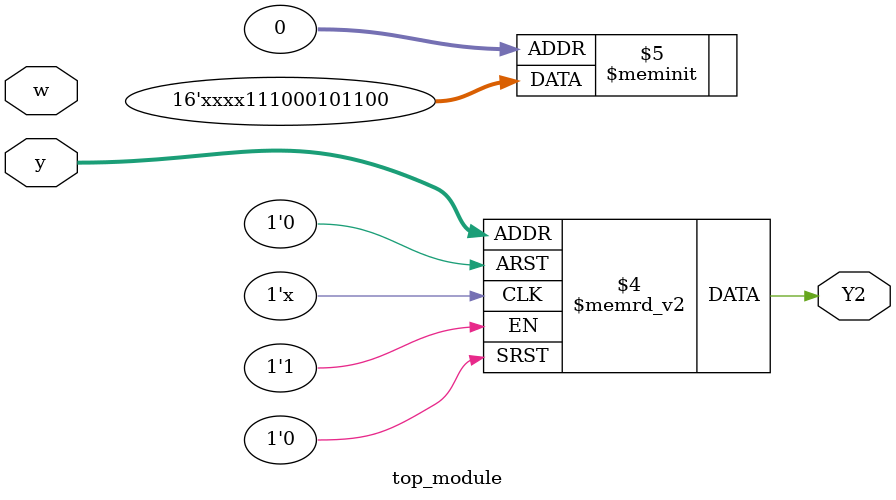
<source format=sv>
module top_module(
	input [3:0] y,
	input w,
	output reg Y2);

always_comb begin
	case(y)
		4'h0: Y2 = 1'b0;
		4'h1: Y2 = 1'b0;
		4'h2: Y2 = 1'b1;
		4'h3: Y2 = 1'b1;
		4'h4: Y2 = 1'b0;
		4'h5: Y2 = 1'b1;
		4'h6: Y2 = 1'b0;
		4'h7: Y2 = 1'b0;
		4'h8: Y2 = 1'b0;
		4'h9: Y2 = 1'b1;
		4'ha: Y2 = 1'b1;
		4'hb: Y2 = 1'b1;
	endcase
end

endmodule

</source>
